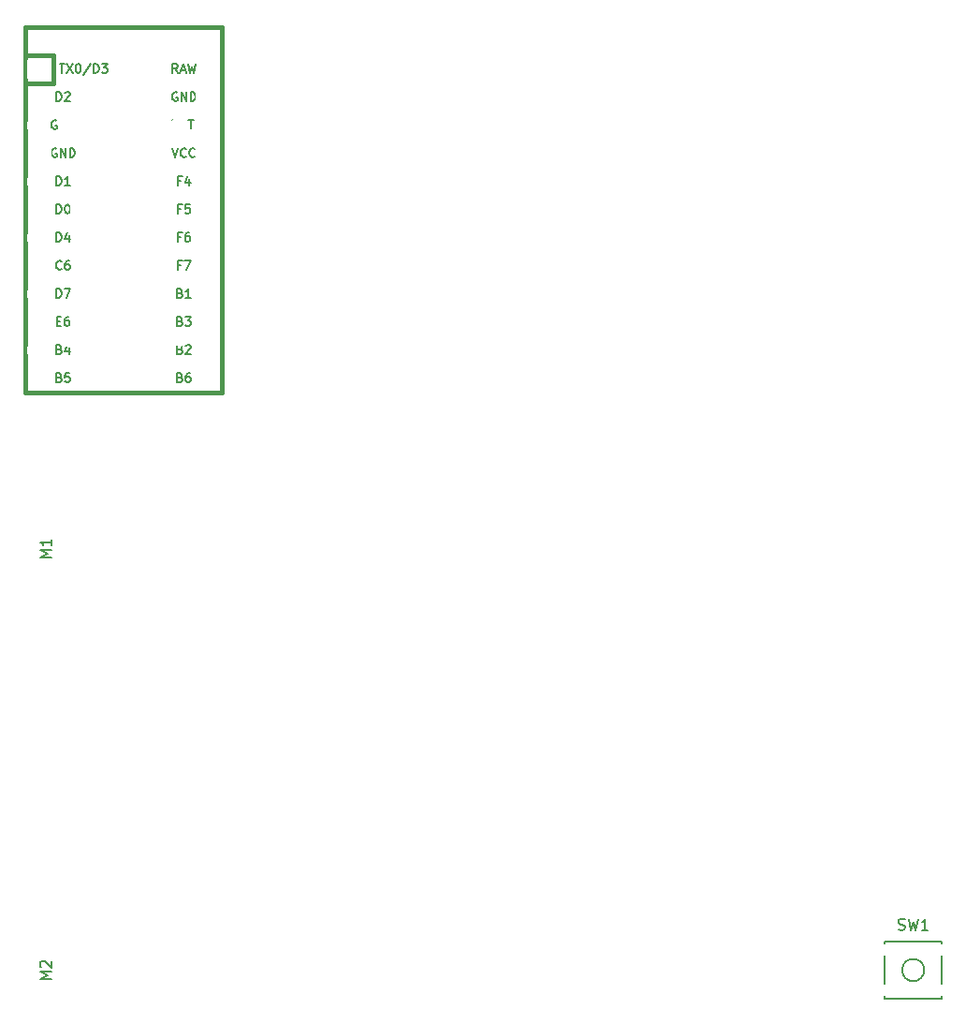
<source format=gto>
%TF.GenerationSoftware,KiCad,Pcbnew,(5.1.12)-1*%
%TF.CreationDate,2022-01-07T17:35:06-05:00*%
%TF.ProjectId,center-gasket-2,63656e74-6572-42d6-9761-736b65742d32,rev?*%
%TF.SameCoordinates,Original*%
%TF.FileFunction,Legend,Top*%
%TF.FilePolarity,Positive*%
%FSLAX46Y46*%
G04 Gerber Fmt 4.6, Leading zero omitted, Abs format (unit mm)*
G04 Created by KiCad (PCBNEW (5.1.12)-1) date 2022-01-07 17:35:06*
%MOMM*%
%LPD*%
G01*
G04 APERTURE LIST*
%ADD10C,0.150000*%
%ADD11C,0.381000*%
%ADD12R,1.800000X1.100000*%
%ADD13C,3.987800*%
%ADD14C,1.750000*%
%ADD15C,1.752600*%
%ADD16R,1.752600X1.752600*%
%ADD17R,1.600000X1.600000*%
%ADD18C,1.600000*%
G04 APERTURE END LIST*
D10*
%TO.C,SW1*%
X112918750Y-116681250D02*
G75*
G03*
X112918750Y-116681250I-1000000J0D01*
G01*
X114518750Y-114081250D02*
X114518750Y-119281250D01*
X109318750Y-114081250D02*
X114518750Y-114081250D01*
X109318750Y-119281250D02*
X109318750Y-114081250D01*
X114518750Y-119281250D02*
X109318750Y-119281250D01*
D11*
%TO.C,U1*%
X34131250Y-33972500D02*
X31591250Y-33972500D01*
X31591250Y-31432500D02*
X31591250Y-33972500D01*
X49371250Y-31432500D02*
X31591250Y-31432500D01*
X49371250Y-33972500D02*
X49371250Y-31432500D01*
D10*
G36*
X45412818Y-40451860D02*
G01*
X45412818Y-40651860D01*
X45312818Y-40651860D01*
X45312818Y-40451860D01*
X45412818Y-40451860D01*
G37*
X45412818Y-40451860D02*
X45412818Y-40651860D01*
X45312818Y-40651860D01*
X45312818Y-40451860D01*
X45412818Y-40451860D01*
G36*
X45012818Y-39851860D02*
G01*
X45012818Y-40651860D01*
X44912818Y-40651860D01*
X44912818Y-39851860D01*
X45012818Y-39851860D01*
G37*
X45012818Y-39851860D02*
X45012818Y-40651860D01*
X44912818Y-40651860D01*
X44912818Y-39851860D01*
X45012818Y-39851860D01*
G36*
X45412818Y-39851860D02*
G01*
X45412818Y-39951860D01*
X44912818Y-39951860D01*
X44912818Y-39851860D01*
X45412818Y-39851860D01*
G37*
X45412818Y-39851860D02*
X45412818Y-39951860D01*
X44912818Y-39951860D01*
X44912818Y-39851860D01*
X45412818Y-39851860D01*
G36*
X45212818Y-40251860D02*
G01*
X45212818Y-40351860D01*
X45112818Y-40351860D01*
X45112818Y-40251860D01*
X45212818Y-40251860D01*
G37*
X45212818Y-40251860D02*
X45212818Y-40351860D01*
X45112818Y-40351860D01*
X45112818Y-40251860D01*
X45212818Y-40251860D01*
G36*
X45412818Y-39851860D02*
G01*
X45412818Y-40151860D01*
X45312818Y-40151860D01*
X45312818Y-39851860D01*
X45412818Y-39851860D01*
G37*
X45412818Y-39851860D02*
X45412818Y-40151860D01*
X45312818Y-40151860D01*
X45312818Y-39851860D01*
X45412818Y-39851860D01*
D11*
X34131250Y-36512500D02*
X31591250Y-36512500D01*
X34131250Y-33972500D02*
X34131250Y-36512500D01*
X49371250Y-64452500D02*
X49371250Y-33972500D01*
X31591250Y-64452500D02*
X49371250Y-64452500D01*
X31591250Y-33972500D02*
X31591250Y-64452500D01*
%TO.C,SW1*%
D10*
X110585416Y-113022011D02*
X110728273Y-113069630D01*
X110966369Y-113069630D01*
X111061607Y-113022011D01*
X111109226Y-112974392D01*
X111156845Y-112879154D01*
X111156845Y-112783916D01*
X111109226Y-112688678D01*
X111061607Y-112641059D01*
X110966369Y-112593440D01*
X110775892Y-112545821D01*
X110680654Y-112498202D01*
X110633035Y-112450583D01*
X110585416Y-112355345D01*
X110585416Y-112260107D01*
X110633035Y-112164869D01*
X110680654Y-112117250D01*
X110775892Y-112069630D01*
X111013988Y-112069630D01*
X111156845Y-112117250D01*
X111490178Y-112069630D02*
X111728273Y-113069630D01*
X111918750Y-112355345D01*
X112109226Y-113069630D01*
X112347321Y-112069630D01*
X113252083Y-113069630D02*
X112680654Y-113069630D01*
X112966369Y-113069630D02*
X112966369Y-112069630D01*
X112871130Y-112212488D01*
X112775892Y-112307726D01*
X112680654Y-112355345D01*
%TO.C,M2*%
X33948630Y-117522523D02*
X32948630Y-117522523D01*
X33662916Y-117189190D01*
X32948630Y-116855857D01*
X33948630Y-116855857D01*
X33043869Y-116427285D02*
X32996250Y-116379666D01*
X32948630Y-116284428D01*
X32948630Y-116046333D01*
X32996250Y-115951095D01*
X33043869Y-115903476D01*
X33139107Y-115855857D01*
X33234345Y-115855857D01*
X33377202Y-115903476D01*
X33948630Y-116474904D01*
X33948630Y-115855857D01*
%TO.C,M1*%
X33948630Y-79422523D02*
X32948630Y-79422523D01*
X33662916Y-79089190D01*
X32948630Y-78755857D01*
X33948630Y-78755857D01*
X33948630Y-77755857D02*
X33948630Y-78327285D01*
X33948630Y-78041571D02*
X32948630Y-78041571D01*
X33091488Y-78136809D01*
X33186726Y-78232047D01*
X33234345Y-78327285D01*
%TO.C,U1*%
X34718901Y-34804404D02*
X35176044Y-34804404D01*
X34947473Y-35604404D02*
X34947473Y-34804404D01*
X35366520Y-34804404D02*
X35899854Y-35604404D01*
X35899854Y-34804404D02*
X35366520Y-35604404D01*
X36356997Y-34804404D02*
X36433187Y-34804404D01*
X36509378Y-34842500D01*
X36547473Y-34880595D01*
X36585568Y-34956785D01*
X36623663Y-35109166D01*
X36623663Y-35299642D01*
X36585568Y-35452023D01*
X36547473Y-35528214D01*
X36509378Y-35566309D01*
X36433187Y-35604404D01*
X36356997Y-35604404D01*
X36280806Y-35566309D01*
X36242711Y-35528214D01*
X36204616Y-35452023D01*
X36166520Y-35299642D01*
X36166520Y-35109166D01*
X36204616Y-34956785D01*
X36242711Y-34880595D01*
X36280806Y-34842500D01*
X36356997Y-34804404D01*
X37537949Y-34766309D02*
X36852235Y-35794880D01*
X37804616Y-35604404D02*
X37804616Y-34804404D01*
X37995092Y-34804404D01*
X38109378Y-34842500D01*
X38185568Y-34918690D01*
X38223663Y-34994880D01*
X38261758Y-35147261D01*
X38261758Y-35261547D01*
X38223663Y-35413928D01*
X38185568Y-35490119D01*
X38109378Y-35566309D01*
X37995092Y-35604404D01*
X37804616Y-35604404D01*
X38528425Y-34804404D02*
X39023663Y-34804404D01*
X38756997Y-35109166D01*
X38871282Y-35109166D01*
X38947473Y-35147261D01*
X38985568Y-35185357D01*
X39023663Y-35261547D01*
X39023663Y-35452023D01*
X38985568Y-35528214D01*
X38947473Y-35566309D01*
X38871282Y-35604404D01*
X38642711Y-35604404D01*
X38566520Y-35566309D01*
X38528425Y-35528214D01*
X34429773Y-38144404D02*
X34429773Y-37344404D01*
X34620250Y-37344404D01*
X34734535Y-37382500D01*
X34810726Y-37458690D01*
X34848821Y-37534880D01*
X34886916Y-37687261D01*
X34886916Y-37801547D01*
X34848821Y-37953928D01*
X34810726Y-38030119D01*
X34734535Y-38106309D01*
X34620250Y-38144404D01*
X34429773Y-38144404D01*
X35191678Y-37420595D02*
X35229773Y-37382500D01*
X35305964Y-37344404D01*
X35496440Y-37344404D01*
X35572630Y-37382500D01*
X35610726Y-37420595D01*
X35648821Y-37496785D01*
X35648821Y-37572976D01*
X35610726Y-37687261D01*
X35153583Y-38144404D01*
X35648821Y-38144404D01*
X34429773Y-48304404D02*
X34429773Y-47504404D01*
X34620250Y-47504404D01*
X34734535Y-47542500D01*
X34810726Y-47618690D01*
X34848821Y-47694880D01*
X34886916Y-47847261D01*
X34886916Y-47961547D01*
X34848821Y-48113928D01*
X34810726Y-48190119D01*
X34734535Y-48266309D01*
X34620250Y-48304404D01*
X34429773Y-48304404D01*
X35382154Y-47504404D02*
X35458345Y-47504404D01*
X35534535Y-47542500D01*
X35572630Y-47580595D01*
X35610726Y-47656785D01*
X35648821Y-47809166D01*
X35648821Y-47999642D01*
X35610726Y-48152023D01*
X35572630Y-48228214D01*
X35534535Y-48266309D01*
X35458345Y-48304404D01*
X35382154Y-48304404D01*
X35305964Y-48266309D01*
X35267869Y-48228214D01*
X35229773Y-48152023D01*
X35191678Y-47999642D01*
X35191678Y-47809166D01*
X35229773Y-47656785D01*
X35267869Y-47580595D01*
X35305964Y-47542500D01*
X35382154Y-47504404D01*
X34429773Y-45764404D02*
X34429773Y-44964404D01*
X34620250Y-44964404D01*
X34734535Y-45002500D01*
X34810726Y-45078690D01*
X34848821Y-45154880D01*
X34886916Y-45307261D01*
X34886916Y-45421547D01*
X34848821Y-45573928D01*
X34810726Y-45650119D01*
X34734535Y-45726309D01*
X34620250Y-45764404D01*
X34429773Y-45764404D01*
X35648821Y-45764404D02*
X35191678Y-45764404D01*
X35420250Y-45764404D02*
X35420250Y-44964404D01*
X35344059Y-45078690D01*
X35267869Y-45154880D01*
X35191678Y-45192976D01*
X34410726Y-42462500D02*
X34334535Y-42424404D01*
X34220250Y-42424404D01*
X34105964Y-42462500D01*
X34029773Y-42538690D01*
X33991678Y-42614880D01*
X33953583Y-42767261D01*
X33953583Y-42881547D01*
X33991678Y-43033928D01*
X34029773Y-43110119D01*
X34105964Y-43186309D01*
X34220250Y-43224404D01*
X34296440Y-43224404D01*
X34410726Y-43186309D01*
X34448821Y-43148214D01*
X34448821Y-42881547D01*
X34296440Y-42881547D01*
X34791678Y-43224404D02*
X34791678Y-42424404D01*
X35248821Y-43224404D01*
X35248821Y-42424404D01*
X35629773Y-43224404D02*
X35629773Y-42424404D01*
X35820250Y-42424404D01*
X35934535Y-42462500D01*
X36010726Y-42538690D01*
X36048821Y-42614880D01*
X36086916Y-42767261D01*
X36086916Y-42881547D01*
X36048821Y-43033928D01*
X36010726Y-43110119D01*
X35934535Y-43186309D01*
X35820250Y-43224404D01*
X35629773Y-43224404D01*
X34410726Y-39922500D02*
X34334535Y-39884404D01*
X34220250Y-39884404D01*
X34105964Y-39922500D01*
X34029773Y-39998690D01*
X33991678Y-40074880D01*
X33953583Y-40227261D01*
X33953583Y-40341547D01*
X33991678Y-40493928D01*
X34029773Y-40570119D01*
X34105964Y-40646309D01*
X34220250Y-40684404D01*
X34296440Y-40684404D01*
X34410726Y-40646309D01*
X34448821Y-40608214D01*
X34448821Y-40341547D01*
X34296440Y-40341547D01*
X34791678Y-40684404D02*
X34791678Y-39884404D01*
X35248821Y-40684404D01*
X35248821Y-39884404D01*
X35629773Y-40684404D02*
X35629773Y-39884404D01*
X35820250Y-39884404D01*
X35934535Y-39922500D01*
X36010726Y-39998690D01*
X36048821Y-40074880D01*
X36086916Y-40227261D01*
X36086916Y-40341547D01*
X36048821Y-40493928D01*
X36010726Y-40570119D01*
X35934535Y-40646309D01*
X35820250Y-40684404D01*
X35629773Y-40684404D01*
X34429773Y-50844404D02*
X34429773Y-50044404D01*
X34620250Y-50044404D01*
X34734535Y-50082500D01*
X34810726Y-50158690D01*
X34848821Y-50234880D01*
X34886916Y-50387261D01*
X34886916Y-50501547D01*
X34848821Y-50653928D01*
X34810726Y-50730119D01*
X34734535Y-50806309D01*
X34620250Y-50844404D01*
X34429773Y-50844404D01*
X35572630Y-50311071D02*
X35572630Y-50844404D01*
X35382154Y-50006309D02*
X35191678Y-50577738D01*
X35686916Y-50577738D01*
X34886916Y-53308214D02*
X34848821Y-53346309D01*
X34734535Y-53384404D01*
X34658345Y-53384404D01*
X34544059Y-53346309D01*
X34467869Y-53270119D01*
X34429773Y-53193928D01*
X34391678Y-53041547D01*
X34391678Y-52927261D01*
X34429773Y-52774880D01*
X34467869Y-52698690D01*
X34544059Y-52622500D01*
X34658345Y-52584404D01*
X34734535Y-52584404D01*
X34848821Y-52622500D01*
X34886916Y-52660595D01*
X35572630Y-52584404D02*
X35420250Y-52584404D01*
X35344059Y-52622500D01*
X35305964Y-52660595D01*
X35229773Y-52774880D01*
X35191678Y-52927261D01*
X35191678Y-53232023D01*
X35229773Y-53308214D01*
X35267869Y-53346309D01*
X35344059Y-53384404D01*
X35496440Y-53384404D01*
X35572630Y-53346309D01*
X35610726Y-53308214D01*
X35648821Y-53232023D01*
X35648821Y-53041547D01*
X35610726Y-52965357D01*
X35572630Y-52927261D01*
X35496440Y-52889166D01*
X35344059Y-52889166D01*
X35267869Y-52927261D01*
X35229773Y-52965357D01*
X35191678Y-53041547D01*
X34429773Y-55924404D02*
X34429773Y-55124404D01*
X34620250Y-55124404D01*
X34734535Y-55162500D01*
X34810726Y-55238690D01*
X34848821Y-55314880D01*
X34886916Y-55467261D01*
X34886916Y-55581547D01*
X34848821Y-55733928D01*
X34810726Y-55810119D01*
X34734535Y-55886309D01*
X34620250Y-55924404D01*
X34429773Y-55924404D01*
X35153583Y-55124404D02*
X35686916Y-55124404D01*
X35344059Y-55924404D01*
X34467869Y-58045357D02*
X34734535Y-58045357D01*
X34848821Y-58464404D02*
X34467869Y-58464404D01*
X34467869Y-57664404D01*
X34848821Y-57664404D01*
X35534535Y-57664404D02*
X35382154Y-57664404D01*
X35305964Y-57702500D01*
X35267869Y-57740595D01*
X35191678Y-57854880D01*
X35153583Y-58007261D01*
X35153583Y-58312023D01*
X35191678Y-58388214D01*
X35229773Y-58426309D01*
X35305964Y-58464404D01*
X35458345Y-58464404D01*
X35534535Y-58426309D01*
X35572630Y-58388214D01*
X35610726Y-58312023D01*
X35610726Y-58121547D01*
X35572630Y-58045357D01*
X35534535Y-58007261D01*
X35458345Y-57969166D01*
X35305964Y-57969166D01*
X35229773Y-58007261D01*
X35191678Y-58045357D01*
X35153583Y-58121547D01*
X34696440Y-60585357D02*
X34810726Y-60623452D01*
X34848821Y-60661547D01*
X34886916Y-60737738D01*
X34886916Y-60852023D01*
X34848821Y-60928214D01*
X34810726Y-60966309D01*
X34734535Y-61004404D01*
X34429773Y-61004404D01*
X34429773Y-60204404D01*
X34696440Y-60204404D01*
X34772630Y-60242500D01*
X34810726Y-60280595D01*
X34848821Y-60356785D01*
X34848821Y-60432976D01*
X34810726Y-60509166D01*
X34772630Y-60547261D01*
X34696440Y-60585357D01*
X34429773Y-60585357D01*
X35572630Y-60471071D02*
X35572630Y-61004404D01*
X35382154Y-60166309D02*
X35191678Y-60737738D01*
X35686916Y-60737738D01*
X34696440Y-63125357D02*
X34810726Y-63163452D01*
X34848821Y-63201547D01*
X34886916Y-63277738D01*
X34886916Y-63392023D01*
X34848821Y-63468214D01*
X34810726Y-63506309D01*
X34734535Y-63544404D01*
X34429773Y-63544404D01*
X34429773Y-62744404D01*
X34696440Y-62744404D01*
X34772630Y-62782500D01*
X34810726Y-62820595D01*
X34848821Y-62896785D01*
X34848821Y-62972976D01*
X34810726Y-63049166D01*
X34772630Y-63087261D01*
X34696440Y-63125357D01*
X34429773Y-63125357D01*
X35610726Y-62744404D02*
X35229773Y-62744404D01*
X35191678Y-63125357D01*
X35229773Y-63087261D01*
X35305964Y-63049166D01*
X35496440Y-63049166D01*
X35572630Y-63087261D01*
X35610726Y-63125357D01*
X35648821Y-63201547D01*
X35648821Y-63392023D01*
X35610726Y-63468214D01*
X35572630Y-63506309D01*
X35496440Y-63544404D01*
X35305964Y-63544404D01*
X35229773Y-63506309D01*
X35191678Y-63468214D01*
X45618440Y-63125357D02*
X45732726Y-63163452D01*
X45770821Y-63201547D01*
X45808916Y-63277738D01*
X45808916Y-63392023D01*
X45770821Y-63468214D01*
X45732726Y-63506309D01*
X45656535Y-63544404D01*
X45351773Y-63544404D01*
X45351773Y-62744404D01*
X45618440Y-62744404D01*
X45694630Y-62782500D01*
X45732726Y-62820595D01*
X45770821Y-62896785D01*
X45770821Y-62972976D01*
X45732726Y-63049166D01*
X45694630Y-63087261D01*
X45618440Y-63125357D01*
X45351773Y-63125357D01*
X46494630Y-62744404D02*
X46342250Y-62744404D01*
X46266059Y-62782500D01*
X46227964Y-62820595D01*
X46151773Y-62934880D01*
X46113678Y-63087261D01*
X46113678Y-63392023D01*
X46151773Y-63468214D01*
X46189869Y-63506309D01*
X46266059Y-63544404D01*
X46418440Y-63544404D01*
X46494630Y-63506309D01*
X46532726Y-63468214D01*
X46570821Y-63392023D01*
X46570821Y-63201547D01*
X46532726Y-63125357D01*
X46494630Y-63087261D01*
X46418440Y-63049166D01*
X46266059Y-63049166D01*
X46189869Y-63087261D01*
X46151773Y-63125357D01*
X46113678Y-63201547D01*
X45618440Y-58045357D02*
X45732726Y-58083452D01*
X45770821Y-58121547D01*
X45808916Y-58197738D01*
X45808916Y-58312023D01*
X45770821Y-58388214D01*
X45732726Y-58426309D01*
X45656535Y-58464404D01*
X45351773Y-58464404D01*
X45351773Y-57664404D01*
X45618440Y-57664404D01*
X45694630Y-57702500D01*
X45732726Y-57740595D01*
X45770821Y-57816785D01*
X45770821Y-57892976D01*
X45732726Y-57969166D01*
X45694630Y-58007261D01*
X45618440Y-58045357D01*
X45351773Y-58045357D01*
X46075583Y-57664404D02*
X46570821Y-57664404D01*
X46304154Y-57969166D01*
X46418440Y-57969166D01*
X46494630Y-58007261D01*
X46532726Y-58045357D01*
X46570821Y-58121547D01*
X46570821Y-58312023D01*
X46532726Y-58388214D01*
X46494630Y-58426309D01*
X46418440Y-58464404D01*
X46189869Y-58464404D01*
X46113678Y-58426309D01*
X46075583Y-58388214D01*
X45618440Y-55505357D02*
X45732726Y-55543452D01*
X45770821Y-55581547D01*
X45808916Y-55657738D01*
X45808916Y-55772023D01*
X45770821Y-55848214D01*
X45732726Y-55886309D01*
X45656535Y-55924404D01*
X45351773Y-55924404D01*
X45351773Y-55124404D01*
X45618440Y-55124404D01*
X45694630Y-55162500D01*
X45732726Y-55200595D01*
X45770821Y-55276785D01*
X45770821Y-55352976D01*
X45732726Y-55429166D01*
X45694630Y-55467261D01*
X45618440Y-55505357D01*
X45351773Y-55505357D01*
X46570821Y-55924404D02*
X46113678Y-55924404D01*
X46342250Y-55924404D02*
X46342250Y-55124404D01*
X46266059Y-55238690D01*
X46189869Y-55314880D01*
X46113678Y-55352976D01*
X45675583Y-45345357D02*
X45408916Y-45345357D01*
X45408916Y-45764404D02*
X45408916Y-44964404D01*
X45789869Y-44964404D01*
X46437488Y-45231071D02*
X46437488Y-45764404D01*
X46247011Y-44926309D02*
X46056535Y-45497738D01*
X46551773Y-45497738D01*
X44875583Y-42424404D02*
X45142250Y-43224404D01*
X45408916Y-42424404D01*
X46132726Y-43148214D02*
X46094630Y-43186309D01*
X45980345Y-43224404D01*
X45904154Y-43224404D01*
X45789869Y-43186309D01*
X45713678Y-43110119D01*
X45675583Y-43033928D01*
X45637488Y-42881547D01*
X45637488Y-42767261D01*
X45675583Y-42614880D01*
X45713678Y-42538690D01*
X45789869Y-42462500D01*
X45904154Y-42424404D01*
X45980345Y-42424404D01*
X46094630Y-42462500D01*
X46132726Y-42500595D01*
X46932726Y-43148214D02*
X46894630Y-43186309D01*
X46780345Y-43224404D01*
X46704154Y-43224404D01*
X46589869Y-43186309D01*
X46513678Y-43110119D01*
X46475583Y-43033928D01*
X46437488Y-42881547D01*
X46437488Y-42767261D01*
X46475583Y-42614880D01*
X46513678Y-42538690D01*
X46589869Y-42462500D01*
X46704154Y-42424404D01*
X46780345Y-42424404D01*
X46894630Y-42462500D01*
X46932726Y-42500595D01*
X45681036Y-40616309D02*
X45795322Y-40654404D01*
X45985798Y-40654404D01*
X46061989Y-40616309D01*
X46100084Y-40578214D01*
X46138179Y-40502023D01*
X46138179Y-40425833D01*
X46100084Y-40349642D01*
X46061989Y-40311547D01*
X45985798Y-40273452D01*
X45833417Y-40235357D01*
X45757227Y-40197261D01*
X45719131Y-40159166D01*
X45681036Y-40082976D01*
X45681036Y-40006785D01*
X45719131Y-39930595D01*
X45757227Y-39892500D01*
X45833417Y-39854404D01*
X46023893Y-39854404D01*
X46138179Y-39892500D01*
X46366750Y-39854404D02*
X46823893Y-39854404D01*
X46595322Y-40654404D02*
X46595322Y-39854404D01*
X45332726Y-37382500D02*
X45256535Y-37344404D01*
X45142250Y-37344404D01*
X45027964Y-37382500D01*
X44951773Y-37458690D01*
X44913678Y-37534880D01*
X44875583Y-37687261D01*
X44875583Y-37801547D01*
X44913678Y-37953928D01*
X44951773Y-38030119D01*
X45027964Y-38106309D01*
X45142250Y-38144404D01*
X45218440Y-38144404D01*
X45332726Y-38106309D01*
X45370821Y-38068214D01*
X45370821Y-37801547D01*
X45218440Y-37801547D01*
X45713678Y-38144404D02*
X45713678Y-37344404D01*
X46170821Y-38144404D01*
X46170821Y-37344404D01*
X46551773Y-38144404D02*
X46551773Y-37344404D01*
X46742250Y-37344404D01*
X46856535Y-37382500D01*
X46932726Y-37458690D01*
X46970821Y-37534880D01*
X47008916Y-37687261D01*
X47008916Y-37801547D01*
X46970821Y-37953928D01*
X46932726Y-38030119D01*
X46856535Y-38106309D01*
X46742250Y-38144404D01*
X46551773Y-38144404D01*
X45389869Y-35604404D02*
X45123202Y-35223452D01*
X44932726Y-35604404D02*
X44932726Y-34804404D01*
X45237488Y-34804404D01*
X45313678Y-34842500D01*
X45351773Y-34880595D01*
X45389869Y-34956785D01*
X45389869Y-35071071D01*
X45351773Y-35147261D01*
X45313678Y-35185357D01*
X45237488Y-35223452D01*
X44932726Y-35223452D01*
X45694630Y-35375833D02*
X46075583Y-35375833D01*
X45618440Y-35604404D02*
X45885107Y-34804404D01*
X46151773Y-35604404D01*
X46342250Y-34804404D02*
X46532726Y-35604404D01*
X46685107Y-35032976D01*
X46837488Y-35604404D01*
X47027964Y-34804404D01*
X45675583Y-47885357D02*
X45408916Y-47885357D01*
X45408916Y-48304404D02*
X45408916Y-47504404D01*
X45789869Y-47504404D01*
X46475583Y-47504404D02*
X46094630Y-47504404D01*
X46056535Y-47885357D01*
X46094630Y-47847261D01*
X46170821Y-47809166D01*
X46361297Y-47809166D01*
X46437488Y-47847261D01*
X46475583Y-47885357D01*
X46513678Y-47961547D01*
X46513678Y-48152023D01*
X46475583Y-48228214D01*
X46437488Y-48266309D01*
X46361297Y-48304404D01*
X46170821Y-48304404D01*
X46094630Y-48266309D01*
X46056535Y-48228214D01*
X45675583Y-50425357D02*
X45408916Y-50425357D01*
X45408916Y-50844404D02*
X45408916Y-50044404D01*
X45789869Y-50044404D01*
X46437488Y-50044404D02*
X46285107Y-50044404D01*
X46208916Y-50082500D01*
X46170821Y-50120595D01*
X46094630Y-50234880D01*
X46056535Y-50387261D01*
X46056535Y-50692023D01*
X46094630Y-50768214D01*
X46132726Y-50806309D01*
X46208916Y-50844404D01*
X46361297Y-50844404D01*
X46437488Y-50806309D01*
X46475583Y-50768214D01*
X46513678Y-50692023D01*
X46513678Y-50501547D01*
X46475583Y-50425357D01*
X46437488Y-50387261D01*
X46361297Y-50349166D01*
X46208916Y-50349166D01*
X46132726Y-50387261D01*
X46094630Y-50425357D01*
X46056535Y-50501547D01*
X45675583Y-52965357D02*
X45408916Y-52965357D01*
X45408916Y-53384404D02*
X45408916Y-52584404D01*
X45789869Y-52584404D01*
X46018440Y-52584404D02*
X46551773Y-52584404D01*
X46208916Y-53384404D01*
X45618440Y-60585357D02*
X45732726Y-60623452D01*
X45770821Y-60661547D01*
X45808916Y-60737738D01*
X45808916Y-60852023D01*
X45770821Y-60928214D01*
X45732726Y-60966309D01*
X45656535Y-61004404D01*
X45351773Y-61004404D01*
X45351773Y-60204404D01*
X45618440Y-60204404D01*
X45694630Y-60242500D01*
X45732726Y-60280595D01*
X45770821Y-60356785D01*
X45770821Y-60432976D01*
X45732726Y-60509166D01*
X45694630Y-60547261D01*
X45618440Y-60585357D01*
X45351773Y-60585357D01*
X46113678Y-60280595D02*
X46151773Y-60242500D01*
X46227964Y-60204404D01*
X46418440Y-60204404D01*
X46494630Y-60242500D01*
X46532726Y-60280595D01*
X46570821Y-60356785D01*
X46570821Y-60432976D01*
X46532726Y-60547261D01*
X46075583Y-61004404D01*
X46570821Y-61004404D01*
%TD*%
%LPC*%
D12*
%TO.C,SW1*%
X115018750Y-114831250D03*
X108818750Y-118531250D03*
X115018750Y-118531250D03*
X108818750Y-114831250D03*
%TD*%
D13*
%TO.C,MX38*%
X88106250Y-116681250D03*
D14*
X83026250Y-116681250D03*
X93186250Y-116681250D03*
%TD*%
%TO.C,M2*%
G36*
G01*
X30968950Y-121215150D02*
X30968950Y-120338850D01*
G75*
G02*
X31407100Y-119900700I438150J0D01*
G01*
X32283400Y-119900700D01*
G75*
G02*
X32721550Y-120338850I0J-438150D01*
G01*
X32721550Y-121215150D01*
G75*
G02*
X32283400Y-121653300I-438150J0D01*
G01*
X31407100Y-121653300D01*
G75*
G02*
X30968950Y-121215150I0J438150D01*
G01*
G37*
G36*
G01*
X30968950Y-119183150D02*
X30968950Y-118306850D01*
G75*
G02*
X31407100Y-117868700I438150J0D01*
G01*
X32283400Y-117868700D01*
G75*
G02*
X32721550Y-118306850I0J-438150D01*
G01*
X32721550Y-119183150D01*
G75*
G02*
X32283400Y-119621300I-438150J0D01*
G01*
X31407100Y-119621300D01*
G75*
G02*
X30968950Y-119183150I0J438150D01*
G01*
G37*
G36*
G01*
X30968950Y-117151150D02*
X30968950Y-116274850D01*
G75*
G02*
X31407100Y-115836700I438150J0D01*
G01*
X32283400Y-115836700D01*
G75*
G02*
X32721550Y-116274850I0J-438150D01*
G01*
X32721550Y-117151150D01*
G75*
G02*
X32283400Y-117589300I-438150J0D01*
G01*
X31407100Y-117589300D01*
G75*
G02*
X30968950Y-117151150I0J438150D01*
G01*
G37*
G36*
G01*
X30968950Y-115119150D02*
X30968950Y-114242850D01*
G75*
G02*
X31407100Y-113804700I438150J0D01*
G01*
X32283400Y-113804700D01*
G75*
G02*
X32721550Y-114242850I0J-438150D01*
G01*
X32721550Y-115119150D01*
G75*
G02*
X32283400Y-115557300I-438150J0D01*
G01*
X31407100Y-115557300D01*
G75*
G02*
X30968950Y-115119150I0J438150D01*
G01*
G37*
G36*
G01*
X30968950Y-113087150D02*
X30968950Y-112210850D01*
G75*
G02*
X31407100Y-111772700I438150J0D01*
G01*
X32283400Y-111772700D01*
G75*
G02*
X32721550Y-112210850I0J-438150D01*
G01*
X32721550Y-113087150D01*
G75*
G02*
X32283400Y-113525300I-438150J0D01*
G01*
X31407100Y-113525300D01*
G75*
G02*
X30968950Y-113087150I0J438150D01*
G01*
G37*
%TD*%
%TO.C,M1*%
G36*
G01*
X30968950Y-74987150D02*
X30968950Y-74110850D01*
G75*
G02*
X31407100Y-73672700I438150J0D01*
G01*
X32283400Y-73672700D01*
G75*
G02*
X32721550Y-74110850I0J-438150D01*
G01*
X32721550Y-74987150D01*
G75*
G02*
X32283400Y-75425300I-438150J0D01*
G01*
X31407100Y-75425300D01*
G75*
G02*
X30968950Y-74987150I0J438150D01*
G01*
G37*
G36*
G01*
X30968950Y-77019150D02*
X30968950Y-76142850D01*
G75*
G02*
X31407100Y-75704700I438150J0D01*
G01*
X32283400Y-75704700D01*
G75*
G02*
X32721550Y-76142850I0J-438150D01*
G01*
X32721550Y-77019150D01*
G75*
G02*
X32283400Y-77457300I-438150J0D01*
G01*
X31407100Y-77457300D01*
G75*
G02*
X30968950Y-77019150I0J438150D01*
G01*
G37*
G36*
G01*
X30968950Y-79051150D02*
X30968950Y-78174850D01*
G75*
G02*
X31407100Y-77736700I438150J0D01*
G01*
X32283400Y-77736700D01*
G75*
G02*
X32721550Y-78174850I0J-438150D01*
G01*
X32721550Y-79051150D01*
G75*
G02*
X32283400Y-79489300I-438150J0D01*
G01*
X31407100Y-79489300D01*
G75*
G02*
X30968950Y-79051150I0J438150D01*
G01*
G37*
G36*
G01*
X30968950Y-81083150D02*
X30968950Y-80206850D01*
G75*
G02*
X31407100Y-79768700I438150J0D01*
G01*
X32283400Y-79768700D01*
G75*
G02*
X32721550Y-80206850I0J-438150D01*
G01*
X32721550Y-81083150D01*
G75*
G02*
X32283400Y-81521300I-438150J0D01*
G01*
X31407100Y-81521300D01*
G75*
G02*
X30968950Y-81083150I0J438150D01*
G01*
G37*
G36*
G01*
X30968950Y-83115150D02*
X30968950Y-82238850D01*
G75*
G02*
X31407100Y-81800700I438150J0D01*
G01*
X32283400Y-81800700D01*
G75*
G02*
X32721550Y-82238850I0J-438150D01*
G01*
X32721550Y-83115150D01*
G75*
G02*
X32283400Y-83553300I-438150J0D01*
G01*
X31407100Y-83553300D01*
G75*
G02*
X30968950Y-83115150I0J438150D01*
G01*
G37*
%TD*%
D15*
%TO.C,U1*%
X48329850Y-35242500D03*
X33089850Y-63182500D03*
X47872650Y-37782500D03*
X48329850Y-40322500D03*
X47872650Y-42862500D03*
X48329850Y-45402500D03*
X47872650Y-47942500D03*
X48329850Y-50482500D03*
X47872650Y-53022500D03*
X48329850Y-55562500D03*
X47872650Y-58102500D03*
X48329850Y-60642500D03*
X47872650Y-63182500D03*
X32632650Y-60642500D03*
X33089850Y-58102500D03*
X32632650Y-55562500D03*
X33089850Y-53022500D03*
X32632650Y-50482500D03*
X33089850Y-47942500D03*
X32632650Y-45402500D03*
X33089850Y-42862500D03*
X32632650Y-40322500D03*
X33089850Y-37782500D03*
D16*
X32632650Y-35242500D03*
%TD*%
D13*
%TO.C,MX25*%
X40481250Y-59531250D03*
D14*
X35401250Y-59531250D03*
X45561250Y-59531250D03*
%TD*%
D13*
%TO.C,MX28*%
X45243750Y-116681250D03*
D14*
X40163750Y-116681250D03*
X50323750Y-116681250D03*
%TD*%
D13*
%TO.C,MX46*%
X116681250Y-97631250D03*
D14*
X111601250Y-97631250D03*
X121761250Y-97631250D03*
%TD*%
D13*
%TO.C,MX45*%
X116681250Y-78581250D03*
D14*
X111601250Y-78581250D03*
X121761250Y-78581250D03*
%TD*%
D13*
%TO.C,MX44*%
X116681250Y-59531250D03*
D14*
X111601250Y-59531250D03*
X121761250Y-59531250D03*
%TD*%
D13*
%TO.C,MX43*%
X116681250Y-40481250D03*
D14*
X111601250Y-40481250D03*
X121761250Y-40481250D03*
%TD*%
D13*
%TO.C,MX42*%
X97631250Y-97631250D03*
D14*
X92551250Y-97631250D03*
X102711250Y-97631250D03*
%TD*%
D13*
%TO.C,MX41*%
X97631250Y-78581250D03*
D14*
X92551250Y-78581250D03*
X102711250Y-78581250D03*
%TD*%
D13*
%TO.C,MX40*%
X97631250Y-59531250D03*
D14*
X92551250Y-59531250D03*
X102711250Y-59531250D03*
%TD*%
D13*
%TO.C,MX39*%
X97631250Y-40481250D03*
D14*
X92551250Y-40481250D03*
X102711250Y-40481250D03*
%TD*%
D13*
%TO.C,MX37*%
X78581250Y-97631250D03*
D14*
X73501250Y-97631250D03*
X83661250Y-97631250D03*
%TD*%
D13*
%TO.C,MX36*%
X78581250Y-78581250D03*
D14*
X73501250Y-78581250D03*
X83661250Y-78581250D03*
%TD*%
D13*
%TO.C,MX35*%
X78581250Y-59531250D03*
D14*
X73501250Y-59531250D03*
X83661250Y-59531250D03*
%TD*%
D13*
%TO.C,MX34*%
X78581250Y-40481250D03*
D14*
X73501250Y-40481250D03*
X83661250Y-40481250D03*
%TD*%
D13*
%TO.C,MX33*%
X69056250Y-116681250D03*
D14*
X63976250Y-116681250D03*
X74136250Y-116681250D03*
%TD*%
D13*
%TO.C,MX32*%
X59531250Y-97631250D03*
D14*
X54451250Y-97631250D03*
X64611250Y-97631250D03*
%TD*%
D13*
%TO.C,MX31*%
X59531250Y-78581250D03*
D14*
X54451250Y-78581250D03*
X64611250Y-78581250D03*
%TD*%
D13*
%TO.C,MX30*%
X59531250Y-59531250D03*
D14*
X54451250Y-59531250D03*
X64611250Y-59531250D03*
%TD*%
D13*
%TO.C,MX29*%
X59531250Y-40481250D03*
D14*
X54451250Y-40481250D03*
X64611250Y-40481250D03*
%TD*%
D13*
%TO.C,MX27*%
X40481250Y-97631250D03*
D14*
X35401250Y-97631250D03*
X45561250Y-97631250D03*
%TD*%
D13*
%TO.C,MX26*%
X40481250Y-78581250D03*
D14*
X35401250Y-78581250D03*
X45561250Y-78581250D03*
%TD*%
D13*
%TO.C,MX24*%
X40481250Y-40481250D03*
D14*
X35401250Y-40481250D03*
X45561250Y-40481250D03*
%TD*%
D17*
%TO.C,D46*%
X124618750Y-101531250D03*
D18*
X124618750Y-93731250D03*
%TD*%
D17*
%TO.C,D45*%
X124618750Y-82481250D03*
D18*
X124618750Y-74681250D03*
%TD*%
D17*
%TO.C,D44*%
X124618750Y-63431250D03*
D18*
X124618750Y-55631250D03*
%TD*%
D17*
%TO.C,D43*%
X124618750Y-44381250D03*
D18*
X124618750Y-36581250D03*
%TD*%
D17*
%TO.C,D42*%
X105568750Y-101528250D03*
D18*
X105568750Y-93728250D03*
%TD*%
D17*
%TO.C,D41*%
X105568750Y-82481250D03*
D18*
X105568750Y-74681250D03*
%TD*%
D17*
%TO.C,D40*%
X105568750Y-63431250D03*
D18*
X105568750Y-55631250D03*
%TD*%
D17*
%TO.C,D39*%
X105568750Y-44381250D03*
D18*
X105568750Y-36581250D03*
%TD*%
D17*
%TO.C,D38*%
X80168750Y-120581250D03*
D18*
X80168750Y-112781250D03*
%TD*%
D17*
%TO.C,D37*%
X86518750Y-101531250D03*
D18*
X86518750Y-93731250D03*
%TD*%
D17*
%TO.C,D36*%
X86518750Y-82481250D03*
D18*
X86518750Y-74681250D03*
%TD*%
D17*
%TO.C,D35*%
X86518750Y-63431250D03*
D18*
X86518750Y-55631250D03*
%TD*%
D17*
%TO.C,D34*%
X86518750Y-44381250D03*
D18*
X86518750Y-36581250D03*
%TD*%
D17*
%TO.C,D33*%
X76993750Y-120581250D03*
D18*
X76993750Y-112781250D03*
%TD*%
D17*
%TO.C,D32*%
X67468750Y-101531250D03*
D18*
X67468750Y-93731250D03*
%TD*%
D17*
%TO.C,D31*%
X67468750Y-82481250D03*
D18*
X67468750Y-74681250D03*
%TD*%
D17*
%TO.C,D30*%
X67468750Y-63431250D03*
D18*
X67468750Y-55631250D03*
%TD*%
D17*
%TO.C,D29*%
X67468750Y-44381250D03*
D18*
X67468750Y-36581250D03*
%TD*%
D17*
%TO.C,D28*%
X53181250Y-120581250D03*
D18*
X53181250Y-112781250D03*
%TD*%
D17*
%TO.C,D27*%
X48418750Y-101531250D03*
D18*
X48418750Y-93731250D03*
%TD*%
D17*
%TO.C,D26*%
X48418750Y-82481250D03*
D18*
X48418750Y-74681250D03*
%TD*%
D17*
%TO.C,D25*%
X36581250Y-67468750D03*
D18*
X44381250Y-67468750D03*
%TD*%
D17*
%TO.C,D24*%
X36393750Y-48418750D03*
D18*
X44193750Y-48418750D03*
%TD*%
M02*

</source>
